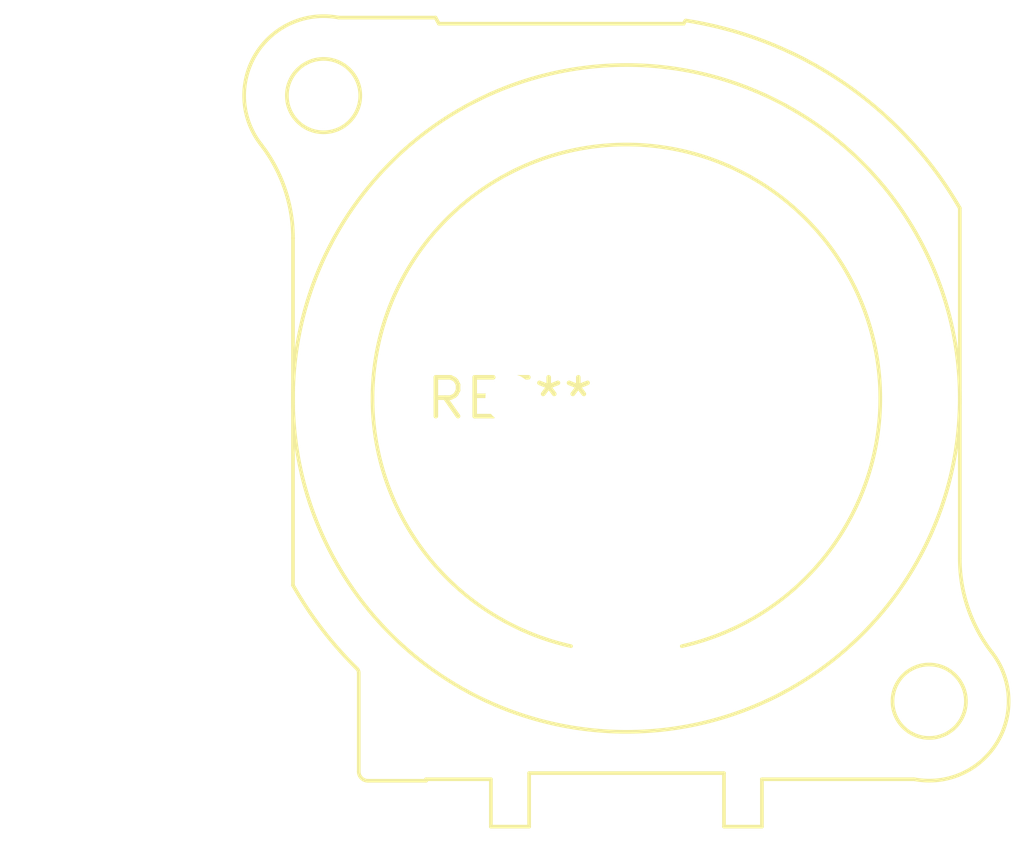
<source format=kicad_pcb>
(kicad_pcb (version 20240108) (generator pcbnew)
  (layers (0 "F.Cu" signal) (31 "B.Cu" signal) (34 "B.Paste" user) (35 "F.Paste" user) (36 "B.SilkS" user "B.Silkscreen") (37 "F.SilkS" user "F.Silkscreen") (38 "B.Mask" user) (39 "F.Mask" user) (44 "Edge.Cuts" user))
  (net 0 "")
  (footprint "Jack_XLR_Neutrik_NC3MBV_Vertical" (layer "F.Cu") (at 0 0)
    (property "Reference" "REF**")
    (property "Value" "Jack_XLR_Neutrik_NC3MBV_Vertical")
    (fp_line (start -7.09 -5.24) (end -7.09 6.11) (layer "F.SilkS") (stroke (width 0.12)))
    (fp_line (start -4.94 12.2) (end -4.94 8.98) (layer "F.SilkS") (stroke (width 0.12)))
    (fp_line (start -4.64 12.5) (end -2.74 12.5) (layer "F.SilkS") (stroke (width 0.12)))
    (fp_line (start -2.74 12.45) (end -0.62 12.45) (layer "F.SilkS") (stroke (width 0.12)))
    (fp_line (start -2.74 12.5) (end -2.74 12.45) (layer "F.SilkS") (stroke (width 0.12)))
    (fp_line (start -2.43 -12.45) (end -5.6 -12.45) (layer "F.SilkS") (stroke (width 0.12)))
    (fp_line (start -2.32 -12.25) (end -2.43 -12.45) (layer "F.SilkS") (stroke (width 0.12)))
    (fp_line (start -0.62 12.45) (end -0.62 14) (layer "F.SilkS") (stroke (width 0.12)))
    (fp_line (start 0.63 12.25) (end 0.63 14) (layer "F.SilkS") (stroke (width 0.12)))
    (fp_line (start 0.63 12.25) (end 7 12.25) (layer "F.SilkS") (stroke (width 0.12)))
    (fp_line (start 0.63 14) (end -0.62 14) (layer "F.SilkS") (stroke (width 0.12)))
    (fp_line (start 5.68 -12.25) (end -2.32 -12.25) (layer "F.SilkS") (stroke (width 0.12)))
    (fp_line (start 5.74 -12.35) (end 5.68 -12.25) (layer "F.SilkS") (stroke (width 0.12)))
    (fp_line (start 7 12.25) (end 7 14) (layer "F.SilkS") (stroke (width 0.12)))
    (fp_line (start 8.24 12.45) (end 8.24 14) (layer "F.SilkS") (stroke (width 0.12)))
    (fp_line (start 8.24 12.45) (end 13.22 12.45) (layer "F.SilkS") (stroke (width 0.12)))
    (fp_line (start 8.24 14) (end 7 14) (layer "F.SilkS") (stroke (width 0.12)))
    (fp_line (start 14.71 5.24) (end 14.71 -6.22) (layer "F.SilkS") (stroke (width 0.12)))
    (fp_arc (start -8.14458 -8.311426) (mid -7.360989 -6.863715) (end -7.09 -5.24) (layer "F.SilkS") (stroke (width 0.12)))
    (fp_arc (start -8.141124 -8.307677) (mid -8.303366 -11.257798) (end -5.6 -12.45) (layer "F.SilkS") (stroke (width 0.12)))
    (fp_arc (start -4.999944 8.832139) (mid -4.954594 8.899835) (end -4.94 8.98) (layer "F.SilkS") (stroke (width 0.12)))
    (fp_arc (start -4.999718 8.833849) (mid -6.1389 7.544091) (end -7.09 6.11) (layer "F.SilkS") (stroke (width 0.12)))
    (fp_arc (start -4.64 12.5) (mid -4.852132 12.412132) (end -4.94 12.2) (layer "F.SilkS") (stroke (width 0.12)))
    (fp_arc (start 2 8.1) (mid 3.809449 -8.299765) (end 5.621075 8.09976) (layer "F.SilkS") (stroke (width 0.12)))
    (fp_arc (start 5.753207 -12.354269) (mid 10.928439 -10.304601) (end 14.71 -6.22) (layer "F.SilkS") (stroke (width 0.12)))
    (fp_arc (start 15.761124 8.307677) (mid 15.923366 11.257798) (end 13.22 12.45) (layer "F.SilkS") (stroke (width 0.12)))
    (fp_arc (start 15.76458 8.311426) (mid 14.980989 6.863715) (end 14.71 5.24) (layer "F.SilkS") (stroke (width 0.12)))
    (fp_circle (center -6.09 -9.9) (end -4.89 -9.9) (layer "F.SilkS") (stroke (width 0.12)) (fill none))
    (fp_circle (center 3.81 0) (end 14.71 0) (layer "F.SilkS") (stroke (width 0.12)) (fill none))
    (fp_circle (center 13.71 9.9) (end 14.91 9.9) (layer "F.SilkS") (stroke (width 0.12)) (fill none))
    (pad "1" thru_hole circle (at 0 0) (size 3.4 3.4) (drill 1.6) (layers *.Cu *.Mask) (remove_unused_layers))
    (pad "2" thru_hole circle (at 7.62 0) (size 3.4 3.4) (drill 1.6) (layers *.Cu *.Mask) (remove_unused_layers))
    (pad "3" thru_hole circle (at 3.81 3.81) (size 3.4 3.4) (drill 1.6) (layers *.Cu *.Mask) (remove_unused_layers))
    (pad "G" thru_hole circle (at 3.81 8.25) (size 2.9 2.9) (drill 1.2) (layers *.Cu *.Mask) (remove_unused_layers))
  )
)
</source>
